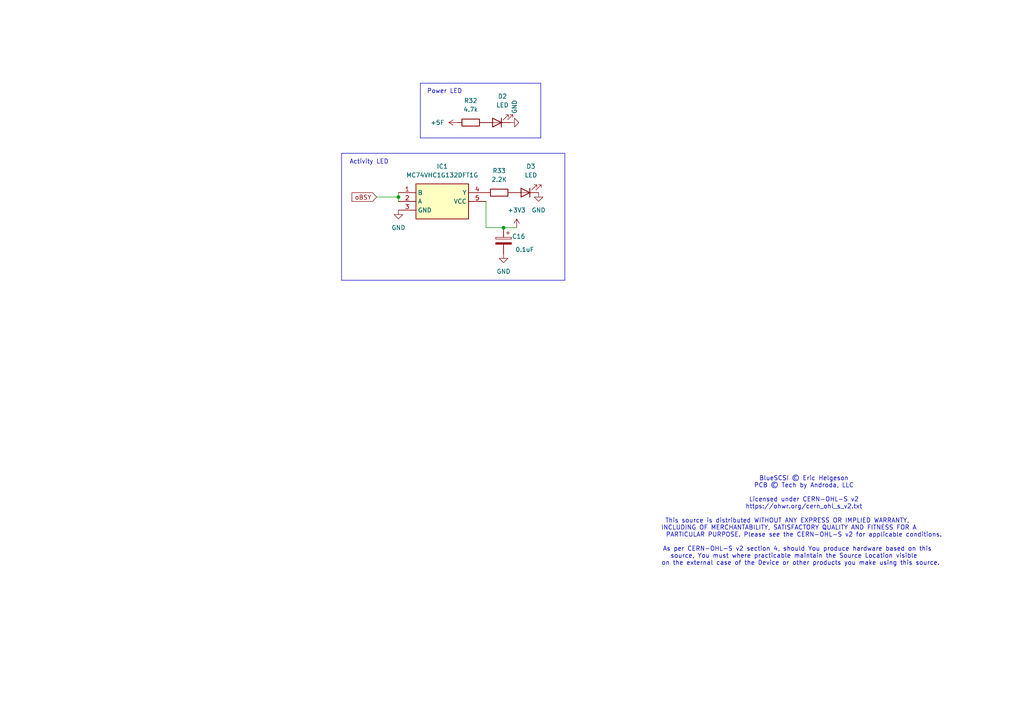
<source format=kicad_sch>
(kicad_sch (version 20250114) (generator "eeschema") (generator_version "9.0")
  (paper "A4")
  (title_block (title "BlueSCSI V2, DB25 External 2024.01a") (date "January 2024") (rev "1") (company "Tech by Androda, LLC"))
  (lib_symbols
    (symbol "Device:CP" (pin_numbers (hide yes)) (pin_names (offset 0.254))
      (property "Reference" "C" (at 0.635 2.54 0))
      (property "Value" "Device_CP" (at 0.635 -2.54 0))
      (symbol "CP_0_1"
        (rectangle (start -2.286 0.508) (end 2.286 1.016))
        (polyline (pts (xy -1.778 2.286) (xy -0.762 2.286)))
        (polyline (pts (xy -1.27 2.794) (xy -1.27 1.778)))
        (rectangle (start 2.286 -0.508) (end -2.286 -1.016) (fill (type outline)))
      )
      (symbol "CP_1_1"
        (pin passive line (at 0 3.81 270) (length 2.794) (name "~") (number "1"))
        (pin passive line (at 0 -3.81 90) (length 2.794) (name "~") (number "2"))
      )
    )
    (symbol "Device:LED" (pin_numbers (hide yes)) (pin_names (offset 1.016) (hide yes))
      (property "Reference" "D" (at 0 2.54 0))
      (property "Value" "LED" (at 0 -2.54 0))
      (symbol "LED_0_1"
        (polyline (pts (xy -3.048 -0.762) (xy -4.572 -2.286) (xy -3.81 -2.286) (xy -4.572 -2.286) (xy -4.572 -1.524)))
        (polyline (pts (xy -1.778 -0.762) (xy -3.302 -2.286) (xy -2.54 -2.286) (xy -3.302 -2.286) (xy -3.302 -1.524)))
        (polyline (pts (xy -1.27 0) (xy 1.27 0)))
        (polyline (pts (xy -1.27 -1.27) (xy -1.27 1.27)) (stroke (width 0.254)))
        (polyline (pts (xy 1.27 -1.27) (xy 1.27 1.27) (xy -1.27 0) (xy 1.27 -1.27)) (stroke (width 0.254)))
      )
      (symbol "LED_1_1"
        (pin passive line (at -3.81 0 0) (length 2.54) (name "K") (number "1"))
        (pin passive line (at 3.81 0 180) (length 2.54) (name "A") (number "2"))
      )
    )
    (symbol "Device:R" (pin_numbers (hide yes)) (pin_names (offset 0))
      (property "Reference" "R" (at 2.032 0 90))
      (property "Value" "R" (at 0 0 90))
      (symbol "R_0_1"
        (rectangle (start -1.016 -2.54) (end 1.016 2.54) (stroke (width 0.254)))
      )
      (symbol "R_1_1"
        (pin passive line (at 0 3.81 270) (length 1.27) (name "~") (number "1"))
        (pin passive line (at 0 -3.81 90) (length 1.27) (name "~") (number "2"))
      )
    )
    (symbol "MC74VHC1G132DFT1G:MC74VHC1G132DFT1G"
      (property "Reference" "IC" (at 21.59 7.62 0))
      (property "Value" "MC74VHC1G132DFT1G" (at 21.59 5.08 0))
      (symbol "MC74VHC1G132DFT1G_1_1"
        (rectangle (start 5.08 2.54) (end 20.32 -7.62) (stroke (width 0.254)) (fill (type background)))
        (pin passive line (at 0 0 0) (length 5.08) (name "B") (number "1"))
        (pin passive line (at 0 -2.54 0) (length 5.08) (name "A") (number "2"))
        (pin passive line (at 0 -5.08 0) (length 5.08) (name "GND") (number "3"))
        (pin passive line (at 25.4 0 180) (length 5.08) (name "Y") (number "4"))
        (pin passive line (at 25.4 -2.54 180) (length 5.08) (name "VCC") (number "5"))
      )
    )
    (symbol "power:+3.3V" (power) (pin_names (offset 0))
      (property "Value" "+3.3V" (at 0 3.556 0))
      (symbol "+3.3V_0_1"
        (polyline (pts (xy -0.762 1.27) (xy 0 2.54)))
        (polyline (pts (xy 0 2.54) (xy 0.762 1.27)))
        (polyline (pts (xy 0 0) (xy 0 2.54)))
      )
      (symbol "+3.3V_1_1"
        (pin power_in line (at 0 0 90) (length 0) (hide yes) (name "+3V3") (number "1"))
      )
    )
    (symbol "power:+5F" (power) (pin_names (offset 0))
      (property "Value" "+5F" (at 0 3.556 0))
      (symbol "+5F_0_1"
        (polyline (pts (xy -0.762 1.27) (xy 0 2.54)))
        (polyline (pts (xy 0 2.54) (xy 0.762 1.27)))
        (polyline (pts (xy 0 0) (xy 0 2.54)))
      )
      (symbol "+5F_1_1"
        (pin power_in line (at 0 0 90) (length 0) (hide yes) (name "+5F") (number "1"))
      )
    )
    (symbol "power:GND" (power) (pin_names (offset 0))
      (property "Value" "GND" (at 0 -3.81 0))
      (symbol "GND_0_1"
        (polyline (pts (xy 0 0) (xy 0 -1.27) (xy 1.27 -1.27) (xy 0 -2.54) (xy -1.27 -1.27) (xy 0 -1.27)))
      )
      (symbol "GND_1_1"
        (pin power_in line (at 0 0 270) (length 0) (hide yes) (name "GND") (number "1"))
      )
    )
  )
  (text "Power LED" (at 123.825 27.305 0) (effects (font (size 1.27 1.27)) (justify left bottom)))
  (text "BlueSCSI © Eric Helgeson\nPCB © Tech by Androda, LLC\n\nLicensed under CERN-OHL-S v2\nhttps://ohwr.org/cern_ohl_s_v2.txt\n\nThis source is distributed WITHOUT ANY EXPRESS OR IMPLIED WARRANTY,          \nINCLUDING OF MERCHANTABILITY, SATISFACTORY QUALITY AND FITNESS FOR A         \nPARTICULAR PURPOSE. Please see the CERN-OHL-S v2 for applicable conditions.\n\nAs per CERN-OHL-S v2 section 4, should You produce hardware based on this    \nsource, You must where practicable maintain the Source Location visible      \non the external case of the Device or other products you make using this source.  \n" (at 233.172 151.13 0) (effects (font (size 1.27 1.27))))
  (text "Activity LED" (at 101.346 47.752 0) (effects (font (size 1.27 1.27)) (justify left bottom)))
  (junction (at 146.05 66.04))
  (junction (at 115.57 57.15))
  (wire (pts (xy 149.86 66.04) (xy 146.05 66.04)))
  (polyline (pts (xy 121.92 24.13) (xy 156.845 24.13)))
  (wire (pts (xy 140.97 58.42) (xy 140.97 66.04)))
  (wire (pts (xy 115.57 57.15) (xy 115.57 55.88)))
  (polyline (pts (xy 99.06 44.45) (xy 99.06 81.28)))
  (polyline (pts (xy 99.06 44.45) (xy 163.83 44.45)))
  (wire (pts (xy 115.57 57.15) (xy 115.57 58.42)))
  (polyline (pts (xy 156.845 40.005) (xy 156.845 24.13)))
  (polyline (pts (xy 163.83 81.28) (xy 163.83 44.45)))
  (polyline (pts (xy 121.92 24.13) (xy 121.92 40.005)))
  (polyline (pts (xy 99.06 81.28) (xy 163.83 81.28)))
  (wire (pts (xy 109.22 57.15) (xy 115.57 57.15)))
  (wire (pts (xy 146.05 66.04) (xy 140.97 66.04)))
  (polyline (pts (xy 121.92 40.005) (xy 156.845 40.005)))
  (global_label "oBSY" (shape input) (at 109.22 57.15 180) (property "Intersheetrefs" "${INTERSHEET_REFS}" (effects (hide yes))))
  (symbol (lib_id "power:GND") (at 115.57 60.96 0) (unit 1)
    (property "Reference" "#PWR052" (effects (hide yes)))
    (property "Value" "GND" (at 115.57 66.04 0))
  )
  (symbol (lib_id "power:+3.3V") (at 149.86 66.04 0) (mirror y) (unit 1)
    (property "Reference" "#PWR056" (effects (hide yes)))
    (property "Value" "+3V3" (at 149.86 60.96 0))
  )
  (symbol (lib_id "power:GND") (at 146.05 73.66 0) (mirror y) (unit 1)
    (property "Reference" "#PWR054" (effects (hide yes)))
    (property "Value" "GND" (at 146.05 78.74 0))
  )
  (symbol (lib_id "power:+5F") (at 132.715 35.56 90) (unit 1)
    (property "Reference" "#PWR053" (effects (hide yes)))
    (property "Value" "+5F" (at 128.905 35.5599 90) (effects (justify left)))
  )
  (symbol (lib_id "Device:CP") (at 146.05 69.85 0) (mirror y) (unit 1)
    (property "Reference" "C16" (at 152.4 68.58 0) (effects (justify left)))
    (property "Value" "0.1uF" (at 154.94 72.39 0) (effects (justify left)))
    (property "Footprint" "Capacitor_SMD:C_0805_2012Metric_Pad1.18x1.45mm_HandSolder" (effects (hide yes)))
  )
  (symbol (lib_id "power:GND") (at 147.955 35.56 90) (unit 1)
    (property "Reference" "#PWR055" (effects (hide yes)))
    (property "Value" "GND" (at 149.2249 33.02 0) (effects (justify left)))
  )
  (symbol (lib_id "Device:R") (at 144.78 55.88 90) (unit 1)
    (property "Reference" "R33" (at 144.78 49.53 90))
    (property "Value" "2.2K" (at 144.78 52.07 90))
    (property "Footprint" "Resistor_SMD:R_0805_2012Metric_Pad1.20x1.40mm_HandSolder" (effects (hide yes)))
  )
  (symbol (lib_id "Device:LED") (at 152.4 55.88 180) (unit 1)
    (property "Reference" "D3" (at 153.9875 48.26 0))
    (property "Value" "LED" (at 153.9875 50.8 0))
    (property "Footprint" "LED_SMD:LED_0805_2012Metric_Pad1.15x1.40mm_HandSolder" (effects (hide yes)))
  )
  (symbol (lib_id "Device:R") (at 136.525 35.56 90) (unit 1)
    (property "Reference" "R32" (at 136.525 29.21 90))
    (property "Value" "4.7k" (at 136.525 31.75 90))
    (property "Footprint" "Resistor_SMD:R_0805_2012Metric_Pad1.20x1.40mm_HandSolder" (effects (hide yes)))
  )
  (symbol (lib_id "power:GND") (at 156.21 55.88 0) (unit 1)
    (property "Reference" "#PWR057" (effects (hide yes)))
    (property "Value" "GND" (at 156.21 60.96 0))
  )
  (symbol (lib_id "MC74VHC1G132DFT1G:MC74VHC1G132DFT1G") (at 115.57 55.88 0) (unit 1)
    (property "Reference" "IC1" (at 128.27 48.26 0))
    (property "Value" "MC74VHC1G132DFT1G" (at 128.27 50.8 0))
    (property "Footprint" "SOT65P210X110-5N:SOT65P210X110-5N" (effects (hide yes)))
    (property "Datasheet" "https://www.onsemi.com/pub/Collateral/MC74VHC1G132-D.PDF" (effects (hide yes)))
    (property "Description" "Low Power Dissipation: ICC = 1A (Max) at TA = 25C; Power Down Protection Provided on Inputs; High Speed: tPD = 3.6ns (Typ) at VCC = 5V; Pin and Function Compatible with Other Standard Logic Families; Balanced Propagation Delays; Chip Complexity: FETs = <100; Pb-Free Packages are Available; Designed for 2.0 V to 5.5 V Vcc Operation Wide Operating Vcc Range" (effects (hide yes)))
    (property "Height" "1.1" (effects (hide yes)))
    (property "Manufacturer_Name" "onsemi" (effects (hide yes)))
    (property "Manufacturer_Part_Number" "MC74VHC1G132DFT1G" (effects (hide yes)))
    (property "Mouser Part Number" "863-C74VHC1G132DFT1G" (effects (hide yes)))
    (property "Mouser Price/Stock" "https://www.mouser.co.uk/ProductDetail/onsemi/MC74VHC1G132DFT1G?qs=hKcDQsDv3HYlCmZfFC92Mg%3D%3D" (effects (hide yes)))
    (property "Arrow Part Number" "MC74VHC1G132DFT1G" (effects (hide yes)))
    (property "Arrow Price/Stock" "https://www.arrow.com/en/products/mc74vhc1g132dft1g/on-semiconductor?region=europe" (effects (hide yes)))
  )
  (symbol (lib_id "Device:LED") (at 144.145 35.56 180) (unit 1)
    (property "Reference" "D2" (at 145.7325 27.94 0))
    (property "Value" "LED" (at 145.7325 30.48 0))
    (property "Footprint" "LED_SMD:LED_0805_2012Metric_Pad1.15x1.40mm_HandSolder" (effects (hide yes)))
  )
)
</source>
